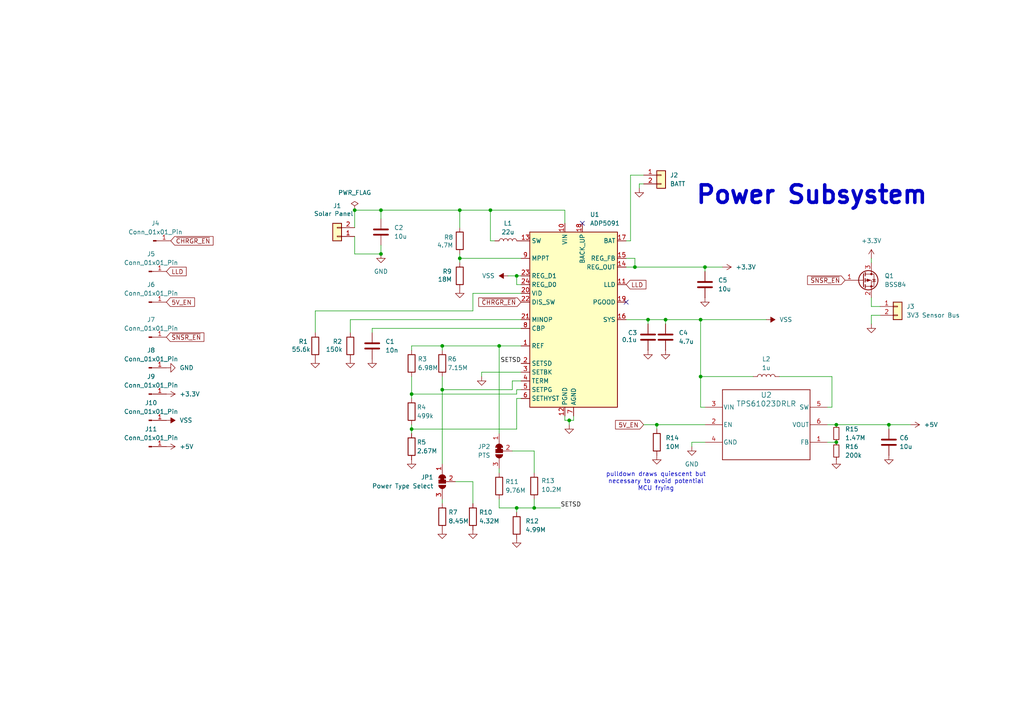
<source format=kicad_sch>
(kicad_sch (version 20231120) (generator "eeschema") (generator_version "8.0")
  (paper "A4")
  (lib_symbols
    (symbol "+3.3V_1" (power) (pin_names (offset 0))
      (property "Value" "+3.3V" (at 0 3.556 0))
      (symbol "+3.3V_1_0_1"
        (polyline (pts (xy -0.762 1.27) (xy 0 2.54)))
        (polyline (pts (xy 0 0) (xy 0 2.54)))
        (polyline (pts (xy 0 2.54) (xy 0.762 1.27)))
      )
      (symbol "+3.3V_1_1_1"
        (pin power_in line (at 0 0 90) (length 0) hide (name "+3.3V") (number "1"))
      )
    )
    (symbol "+3.3V_2" (power) (pin_names (offset 0))
      (property "Value" "+3.3V" (at 0 3.556 0))
      (symbol "+3.3V_2_0_1"
        (polyline (pts (xy -0.762 1.27) (xy 0 2.54)))
        (polyline (pts (xy 0 0) (xy 0 2.54)))
        (polyline (pts (xy 0 2.54) (xy 0.762 1.27)))
      )
      (symbol "+3.3V_2_1_1"
        (pin power_in line (at 0 0 90) (length 0) hide (name "+3.3V") (number "1"))
      )
    )
    (symbol "+5V_1" (power) (pin_names (offset 0))
      (property "Value" "+5V" (at 0 3.556 0))
      (symbol "+5V_1_0_1"
        (polyline (pts (xy -0.762 1.27) (xy 0 2.54)))
        (polyline (pts (xy 0 0) (xy 0 2.54)))
        (polyline (pts (xy 0 2.54) (xy 0.762 1.27)))
      )
      (symbol "+5V_1_1_1"
        (pin power_in line (at 0 0 90) (length 0) hide (name "+5V") (number "1"))
      )
    )
    (symbol "Battery_Management:ADP5091"
      (property "Reference" "U" (at -10.16 26.67 0))
      (property "Value" "ADP5091" (at 7.62 26.67 0))
      (symbol "ADP5091_0_1"
        (rectangle (start 12.7 25.4) (end -12.7 -25.4) (stroke (width 0.254)) (fill (type background)))
      )
      (symbol "ADP5091_1_1"
        (pin passive line (at -15.24 -7.62 0) (length 2.54) (name "REF") (number "1"))
        (pin power_in line (at -2.54 27.94 270) (length 2.54) (name "VIN") (number "10"))
        (pin output line (at 15.24 10.16 180) (length 2.54) (name "LLD") (number "11"))
        (pin power_in line (at -2.54 -27.94 90) (length 2.54) (name "PGND") (number "12"))
        (pin power_in line (at -15.24 22.86 0) (length 2.54) (name "SW") (number "13"))
        (pin power_out line (at 15.24 15.24 180) (length 2.54) (name "REG_OUT") (number "14"))
        (pin power_out line (at 15.24 17.78 180) (length 2.54) (name "REG_FB") (number "15"))
        (pin power_out line (at 15.24 0 180) (length 2.54) (name "SYS") (number "16"))
        (pin power_out line (at 15.24 22.86 180) (length 2.54) (name "BAT") (number "17"))
        (pin power_in line (at 2.54 27.94 270) (length 2.54) (name "BACK_UP") (number "18"))
        (pin output line (at 15.24 5.08 180) (length 2.54) (name "PGOOD") (number "19"))
        (pin passive line (at -15.24 -12.7 0) (length 2.54) (name "SETSD") (number "2"))
        (pin input line (at -15.24 7.62 0) (length 2.54) (name "VID") (number "20"))
        (pin passive line (at -15.24 0 0) (length 2.54) (name "MINOP") (number "21"))
        (pin input line (at -15.24 5.08 0) (length 2.54) (name "DIS_SW") (number "22"))
        (pin input line (at -15.24 12.7 0) (length 2.54) (name "REG_D1") (number "23"))
        (pin input line (at -15.24 10.16 0) (length 2.54) (name "REG_D0") (number "24"))
        (pin passive line (at 0 -27.94 90) (length 2.54) hide (name "AGND") (number "25"))
        (pin passive line (at -15.24 -15.24 0) (length 2.54) (name "SETBK") (number "3"))
        (pin passive line (at -15.24 -17.78 0) (length 2.54) (name "TERM") (number "4"))
        (pin passive line (at -15.24 -20.32 0) (length 2.54) (name "SETPG") (number "5"))
        (pin passive line (at -15.24 -22.86 0) (length 2.54) (name "SETHYST") (number "6"))
        (pin power_in line (at 0 -27.94 90) (length 2.54) (name "AGND") (number "7"))
        (pin passive line (at -15.24 -2.54 0) (length 2.54) (name "CBP") (number "8"))
        (pin input line (at -15.24 17.78 0) (length 2.54) (name "MPPT") (number "9"))
      )
    )
    (symbol "Connector:Conn_01x01_Pin" (pin_names (offset 1.016) hide)
      (property "Reference" "J" (at 0 2.54 0))
      (property "Value" "Conn_01x01_Pin" (at 0 -2.54 0))
      (symbol "Conn_01x01_Pin_1_1"
        (polyline (pts (xy 1.27 0) (xy 0.8636 0)) (stroke (width 0.1524)))
        (rectangle (start 0.8636 0.127) (end 0 -0.127) (stroke (width 0.1524)) (fill (type outline)))
        (pin passive line (at 5.08 0 180) (length 3.81) (name "Pin_1") (number "1"))
      )
    )
    (symbol "Connector_Generic:Conn_01x02" (pin_names (offset 1.016) hide)
      (property "Reference" "J" (at 0 2.54 0))
      (property "Value" "Conn_01x02" (at 0 -5.08 0))
      (symbol "Conn_01x02_1_1"
        (rectangle (start -1.27 -2.413) (end 0 -2.667) (stroke (width 0.1524)))
        (rectangle (start -1.27 0.127) (end 0 -0.127) (stroke (width 0.1524)))
        (rectangle (start -1.27 1.27) (end 1.27 -3.81) (stroke (width 0.254)) (fill (type background)))
        (pin passive line (at -5.08 0 0) (length 3.81) (name "Pin_1") (number "1"))
        (pin passive line (at -5.08 -2.54 0) (length 3.81) (name "Pin_2") (number "2"))
      )
    )
    (symbol "Device:C" (pin_numbers hide) (pin_names (offset 0.254))
      (property "Reference" "C" (at 0.635 2.54 0))
      (property "Value" "C" (at 0.635 -2.54 0))
      (symbol "C_0_1"
        (polyline (pts (xy -2.032 -0.762) (xy 2.032 -0.762)) (stroke (width 0.508)))
        (polyline (pts (xy -2.032 0.762) (xy 2.032 0.762)) (stroke (width 0.508)))
      )
      (symbol "C_1_1"
        (pin passive line (at 0 3.81 270) (length 2.794) (name "~") (number "1"))
        (pin passive line (at 0 -3.81 90) (length 2.794) (name "~") (number "2"))
      )
    )
    (symbol "Device:L" (pin_numbers hide) (pin_names (offset 1.016) hide)
      (property "Reference" "L" (at -1.27 0 90))
      (property "Value" "L" (at 1.905 0 90))
      (symbol "L_0_1"
        (arc (start 0 -2.54) (mid 0.6323 -1.905) (end 0 -1.27))
        (arc (start 0 -1.27) (mid 0.6323 -0.635) (end 0 0))
        (arc (start 0 0) (mid 0.6323 0.635) (end 0 1.27))
        (arc (start 0 1.27) (mid 0.6323 1.905) (end 0 2.54))
      )
      (symbol "L_1_1"
        (pin passive line (at 0 3.81 270) (length 1.27) (name "1") (number "1"))
        (pin passive line (at 0 -3.81 90) (length 1.27) (name "2") (number "2"))
      )
    )
    (symbol "Device:R" (pin_numbers hide) (pin_names (offset 0))
      (property "Reference" "R" (at 2.032 0 90))
      (property "Value" "R" (at 0 0 90))
      (symbol "R_0_1"
        (rectangle (start -1.016 -2.54) (end 1.016 2.54) (stroke (width 0.254)))
      )
      (symbol "R_1_1"
        (pin passive line (at 0 3.81 270) (length 1.27) (name "~") (number "1"))
        (pin passive line (at 0 -3.81 90) (length 1.27) (name "~") (number "2"))
      )
    )
    (symbol "Device:R_Small" (pin_numbers hide) (pin_names (offset 0.254) hide)
      (property "Reference" "R" (at 0.762 0.508 0))
      (property "Value" "R_Small" (at 0.762 -1.016 0))
      (symbol "R_Small_0_1"
        (rectangle (start -0.762 1.778) (end 0.762 -1.778) (stroke (width 0.2032)))
      )
      (symbol "R_Small_1_1"
        (pin passive line (at 0 2.54 270) (length 0.762) (name "~") (number "1"))
        (pin passive line (at 0 -2.54 90) (length 0.762) (name "~") (number "2"))
      )
    )
    (symbol "GND_1" (power) (pin_names (offset 0))
      (property "Value" "GND" (at 0 -3.81 0))
      (symbol "GND_1_0_1"
        (polyline (pts (xy 0 0) (xy 0 -1.27) (xy 1.27 -1.27) (xy 0 -2.54) (xy -1.27 -1.27) (xy 0 -1.27)))
      )
      (symbol "GND_1_1_1"
        (pin power_in line (at 0 0 270) (length 0) hide (name "GND") (number "1"))
      )
    )
    (symbol "Jumper:SolderJumper_3_Bridged12" (pin_names (offset 0) hide) (exclude_from_sim yes) (in_bom no)
      (property "Reference" "JP" (at -2.54 -2.54 0))
      (property "Value" "SolderJumper_3_Bridged12" (at 0 2.794 0))
      (symbol "SolderJumper_3_Bridged12_0_1"
        (rectangle (start -1.016 0.508) (end -0.508 -0.508) (fill (type outline)))
        (arc (start -1.016 1.016) (mid -2.0276 0) (end -1.016 -1.016))
        (arc (start -1.016 1.016) (mid -2.0276 0) (end -1.016 -1.016) (fill (type outline)))
        (rectangle (start -0.508 1.016) (end 0.508 -1.016) (fill (type outline)))
        (polyline (pts (xy -2.54 0) (xy -2.032 0)))
        (polyline (pts (xy -1.016 1.016) (xy -1.016 -1.016)))
        (polyline (pts (xy 0 -1.27) (xy 0 -1.016)))
        (polyline (pts (xy 1.016 1.016) (xy 1.016 -1.016)))
        (polyline (pts (xy 2.54 0) (xy 2.032 0)))
        (arc (start 1.016 -1.016) (mid 2.0276 0) (end 1.016 1.016))
        (arc (start 1.016 -1.016) (mid 2.0276 0) (end 1.016 1.016) (fill (type outline)))
      )
      (symbol "SolderJumper_3_Bridged12_1_1"
        (pin passive line (at -5.08 0 0) (length 2.54) (name "A") (number "1"))
        (pin passive line (at 0 -3.81 90) (length 2.54) (name "C") (number "2"))
        (pin passive line (at 5.08 0 180) (length 2.54) (name "B") (number "3"))
      )
    )
    (symbol "TPS61023:TPS61023DRLR" (pin_names (offset 0.254))
      (property "Reference" "U" (at 0 2.54 0))
      (property "Value" "TPS61023DRLR" (at 0 0 0))
      (symbol "TPS61023DRLR_0_1"
        (polyline (pts (xy -12.7 -10.16) (xy 12.7 -10.16)) (stroke (width 0.2032)))
        (polyline (pts (xy -12.7 10.16) (xy -12.7 -10.16)) (stroke (width 0.2032)))
        (polyline (pts (xy 12.7 -10.16) (xy 12.7 10.16)) (stroke (width 0.2032)))
        (polyline (pts (xy 12.7 10.16) (xy -12.7 10.16)) (stroke (width 0.2032)))
        (pin input line (at 17.78 -5.08 180) (length 5.08) (name "FB") (number "1"))
        (pin input line (at -17.78 0 0) (length 5.08) (name "EN") (number "2"))
        (pin power_in line (at -17.78 5.08 0) (length 5.08) (name "VIN") (number "3"))
        (pin power_in line (at -17.78 -5.08 0) (length 5.08) (name "GND") (number "4"))
        (pin power_in line (at 17.78 5.08 180) (length 5.08) (name "SW") (number "5"))
        (pin power_in line (at 17.78 0 180) (length 5.08) (name "VOUT") (number "6"))
      )
    )
    (symbol "Transistor_FET:BSS84" (pin_names hide)
      (property "Reference" "Q" (at 5.08 1.905 0))
      (property "Value" "BSS84" (at 5.08 0 0))
      (symbol "BSS84_0_1"
        (polyline (pts (xy 0.254 0) (xy -2.54 0)))
        (polyline (pts (xy 0.254 1.905) (xy 0.254 -1.905)) (stroke (width 0.254)))
        (polyline (pts (xy 0.762 -1.27) (xy 0.762 -2.286)) (stroke (width 0.254)))
        (polyline (pts (xy 0.762 0.508) (xy 0.762 -0.508)) (stroke (width 0.254)))
        (polyline (pts (xy 0.762 2.286) (xy 0.762 1.27)) (stroke (width 0.254)))
        (polyline (pts (xy 2.54 2.54) (xy 2.54 1.778)))
        (polyline (pts (xy 2.54 -2.54) (xy 2.54 0) (xy 0.762 0)))
        (polyline (pts (xy 0.762 1.778) (xy 3.302 1.778) (xy 3.302 -1.778) (xy 0.762 -1.778)))
        (polyline (pts (xy 2.286 0) (xy 1.27 0.381) (xy 1.27 -0.381) (xy 2.286 0)) (fill (type outline)))
        (polyline (pts (xy 2.794 -0.508) (xy 2.921 -0.381) (xy 3.683 -0.381) (xy 3.81 -0.254)))
        (polyline (pts (xy 3.302 -0.381) (xy 2.921 0.254) (xy 3.683 0.254) (xy 3.302 -0.381)))
        (circle (center 1.651 0) (radius 2.794) (stroke (width 0.254)))
        (circle (center 2.54 -1.778) (radius 0.254) (fill (type outline)))
        (circle (center 2.54 1.778) (radius 0.254) (fill (type outline)))
      )
      (symbol "BSS84_1_1"
        (pin input line (at -5.08 0 0) (length 2.54) (name "G") (number "1"))
        (pin passive line (at 2.54 -5.08 90) (length 2.54) (name "S") (number "2"))
        (pin passive line (at 2.54 5.08 270) (length 2.54) (name "D") (number "3"))
      )
    )
    (symbol "VSS_1" (power) (pin_names (offset 0))
      (property "Value" "VSS" (at 0 3.81 0))
      (symbol "VSS_1_0_1"
        (polyline (pts (xy 0 0) (xy 0 2.54)))
        (polyline (pts (xy 0.762 1.27) (xy -0.762 1.27) (xy 0 2.54) (xy 0.762 1.27)) (fill (type outline)))
      )
      (symbol "VSS_1_1_1"
        (pin power_in line (at 0 0 90) (length 0) hide (name "VSS") (number "1"))
      )
    )
    (symbol "power:+3.3V" (power) (pin_numbers hide) (pin_names (offset 0) hide)
      (property "Value" "+3.3V" (at 0 3.556 0))
      (symbol "+3.3V_0_1"
        (polyline (pts (xy -0.762 1.27) (xy 0 2.54)))
        (polyline (pts (xy 0 0) (xy 0 2.54)))
        (polyline (pts (xy 0 2.54) (xy 0.762 1.27)))
      )
      (symbol "+3.3V_1_1"
        (pin power_in line (at 0 0 90) (length 0) (name "~") (number "1"))
      )
    )
    (symbol "power:+5V" (power) (pin_numbers hide) (pin_names (offset 0) hide)
      (property "Value" "+5V" (at 0 3.556 0))
      (symbol "+5V_0_1"
        (polyline (pts (xy -0.762 1.27) (xy 0 2.54)))
        (polyline (pts (xy 0 0) (xy 0 2.54)))
        (polyline (pts (xy 0 2.54) (xy 0.762 1.27)))
      )
      (symbol "+5V_1_1"
        (pin power_in line (at 0 0 90) (length 0) (name "~") (number "1"))
      )
    )
    (symbol "power:GND" (power) (pin_numbers hide) (pin_names (offset 0) hide)
      (property "Value" "GND" (at 0 -3.81 0))
      (symbol "GND_0_1"
        (polyline (pts (xy 0 0) (xy 0 -1.27) (xy 1.27 -1.27) (xy 0 -2.54) (xy -1.27 -1.27) (xy 0 -1.27)))
      )
      (symbol "GND_1_1"
        (pin power_in line (at 0 0 270) (length 0) (name "~") (number "1"))
      )
    )
    (symbol "power:PWR_FLAG" (power) (pin_numbers hide) (pin_names (offset 0) hide)
      (property "Value" "PWR_FLAG" (at 0 3.81 0))
      (symbol "PWR_FLAG_0_0"
        (pin power_out line (at 0 0 90) (length 0) (name "pwr") (number "1"))
      )
      (symbol "PWR_FLAG_0_1"
        (polyline (pts (xy 0 0) (xy 0 1.27) (xy -1.016 1.905) (xy 0 2.54) (xy 1.016 1.905) (xy 0 1.27)))
      )
    )
    (symbol "power:VSS" (power) (pin_numbers hide) (pin_names (offset 0) hide)
      (property "Value" "VSS" (at 0 3.556 0))
      (symbol "VSS_0_1"
        (polyline (pts (xy 0 0) (xy 0 2.54)))
        (polyline (pts (xy 0.762 1.27) (xy -0.762 1.27) (xy 0 2.54) (xy 0.762 1.27)) (fill (type outline)))
      )
      (symbol "VSS_1_1"
        (pin power_in line (at 0 0 90) (length 0) (name "~") (number "1"))
      )
    )
  )
  (junction (at 128.27 100.33))
  (junction (at 133.35 74.93))
  (junction (at 165.1 121.92))
  (junction (at 193.04 92.71))
  (junction (at 119.38 124.46))
  (junction (at 110.49 73.66))
  (junction (at 154.94 147.32))
  (junction (at 110.49 60.96))
  (junction (at 119.38 114.3))
  (junction (at 257.81 123.19))
  (junction (at 187.96 92.71))
  (junction (at 149.86 80.01))
  (junction (at 133.35 60.96))
  (junction (at 203.2 109.22))
  (junction (at 184.15 77.47))
  (junction (at 149.86 147.32))
  (junction (at 203.2 92.71))
  (junction (at 142.24 60.96))
  (junction (at 190.5 123.19))
  (junction (at 242.57 123.19))
  (junction (at 102.87 60.96))
  (junction (at 128.27 113.03))
  (junction (at 242.57 128.27))
  (junction (at 144.78 100.33))
  (junction (at 204.47 77.47))
  (no_connect (at 181.61 87.63))
  (no_connect (at 168.91 64.77))
  (wire (pts (xy 119.38 109.22) (xy 119.38 114.3)))
  (wire (pts (xy 102.87 60.96) (xy 110.49 60.96)))
  (wire (pts (xy 257.81 123.19) (xy 264.16 123.19)))
  (wire (pts (xy 186.69 123.19) (xy 190.5 123.19)))
  (wire (pts (xy 142.24 60.96) (xy 163.83 60.96)))
  (wire (pts (xy 133.35 74.93) (xy 151.13 74.93)))
  (wire (pts (xy 132.08 139.7) (xy 137.16 139.7)))
  (wire (pts (xy 110.49 60.96) (xy 133.35 60.96)))
  (wire (pts (xy 137.16 139.7) (xy 137.16 146.05)))
  (wire (pts (xy 139.7 109.22) (xy 139.7 107.95)))
  (wire (pts (xy 184.15 77.47) (xy 204.47 77.47)))
  (wire (pts (xy 149.86 82.55) (xy 149.86 80.01)))
  (wire (pts (xy 128.27 100.33) (xy 119.38 100.33)))
  (wire (pts (xy 128.27 100.33) (xy 128.27 101.6)))
  (wire (pts (xy 193.04 93.98) (xy 193.04 92.71)))
  (wire (pts (xy 186.69 53.34) (xy 185.42 53.34)))
  (wire (pts (xy 242.57 123.19) (xy 257.81 123.19)))
  (wire (pts (xy 147.32 80.01) (xy 149.86 80.01)))
  (wire (pts (xy 193.04 92.71) (xy 203.2 92.71)))
  (wire (pts (xy 240.03 128.27) (xy 242.57 128.27)))
  (wire (pts (xy 102.87 73.66) (xy 110.49 73.66)))
  (wire (pts (xy 148.59 113.03) (xy 128.27 113.03)))
  (wire (pts (xy 257.81 123.19) (xy 257.81 124.46)))
  (wire (pts (xy 185.42 53.34) (xy 185.42 54.61)))
  (wire (pts (xy 151.13 110.49) (xy 148.59 110.49)))
  (wire (pts (xy 139.7 107.95) (xy 151.13 107.95)))
  (wire (pts (xy 128.27 144.78) (xy 128.27 146.05)))
  (wire (pts (xy 203.2 109.22) (xy 203.2 118.11)))
  (wire (pts (xy 148.59 130.81) (xy 154.94 130.81)))
  (wire (pts (xy 119.38 124.46) (xy 149.86 124.46)))
  (wire (pts (xy 165.1 121.92) (xy 165.1 123.19)))
  (wire (pts (xy 119.38 124.46) (xy 119.38 123.19)))
  (wire (pts (xy 154.94 147.32) (xy 154.94 144.78)))
  (wire (pts (xy 149.86 124.46) (xy 149.86 115.57)))
  (wire (pts (xy 119.38 100.33) (xy 119.38 101.6)))
  (wire (pts (xy 133.35 60.96) (xy 133.35 66.04)))
  (wire (pts (xy 182.88 50.8) (xy 182.88 69.85)))
  (wire (pts (xy 144.78 147.32) (xy 149.86 147.32)))
  (wire (pts (xy 107.95 95.25) (xy 151.13 95.25)))
  (wire (pts (xy 101.6 96.52) (xy 101.6 92.71)))
  (wire (pts (xy 149.86 80.01) (xy 151.13 80.01)))
  (wire (pts (xy 203.2 92.71) (xy 203.2 109.22)))
  (wire (pts (xy 252.73 88.9) (xy 255.27 88.9)))
  (wire (pts (xy 163.83 120.65) (xy 163.83 121.92)))
  (wire (pts (xy 151.13 113.03) (xy 149.86 113.03)))
  (wire (pts (xy 218.44 109.22) (xy 203.2 109.22)))
  (wire (pts (xy 252.73 74.93) (xy 252.73 76.2)))
  (wire (pts (xy 203.2 92.71) (xy 222.25 92.71)))
  (wire (pts (xy 240.03 123.19) (xy 242.57 123.19)))
  (wire (pts (xy 204.47 77.47) (xy 209.55 77.47)))
  (wire (pts (xy 204.47 128.27) (xy 200.66 128.27)))
  (wire (pts (xy 163.83 121.92) (xy 165.1 121.92)))
  (wire (pts (xy 149.86 115.57) (xy 151.13 115.57)))
  (wire (pts (xy 184.15 74.93) (xy 184.15 77.47)))
  (wire (pts (xy 226.06 109.22) (xy 241.3 109.22)))
  (wire (pts (xy 102.87 66.04) (xy 102.87 60.96)))
  (wire (pts (xy 204.47 77.47) (xy 204.47 78.74)))
  (wire (pts (xy 133.35 74.93) (xy 133.35 76.2)))
  (wire (pts (xy 144.78 100.33) (xy 144.78 125.73)))
  (wire (pts (xy 91.44 90.17) (xy 91.44 96.52)))
  (wire (pts (xy 149.86 147.32) (xy 149.86 148.59)))
  (wire (pts (xy 107.95 95.25) (xy 107.95 96.52)))
  (wire (pts (xy 101.6 92.71) (xy 151.13 92.71)))
  (wire (pts (xy 187.96 92.71) (xy 193.04 92.71)))
  (wire (pts (xy 181.61 74.93) (xy 184.15 74.93)))
  (wire (pts (xy 190.5 123.19) (xy 204.47 123.19)))
  (wire (pts (xy 154.94 130.81) (xy 154.94 137.16)))
  (wire (pts (xy 143.51 69.85) (xy 142.24 69.85)))
  (wire (pts (xy 151.13 82.55) (xy 149.86 82.55)))
  (wire (pts (xy 241.3 118.11) (xy 240.03 118.11)))
  (wire (pts (xy 128.27 100.33) (xy 144.78 100.33)))
  (wire (pts (xy 200.66 128.27) (xy 200.66 129.54)))
  (wire (pts (xy 149.86 114.3) (xy 119.38 114.3)))
  (wire (pts (xy 182.88 50.8) (xy 186.69 50.8)))
  (wire (pts (xy 165.1 121.92) (xy 166.37 121.92)))
  (wire (pts (xy 91.44 90.17) (xy 137.16 90.17)))
  (wire (pts (xy 119.38 114.3) (xy 119.38 115.57)))
  (wire (pts (xy 144.78 100.33) (xy 151.13 100.33)))
  (wire (pts (xy 133.35 60.96) (xy 142.24 60.96)))
  (wire (pts (xy 163.83 64.77) (xy 163.83 60.96)))
  (wire (pts (xy 110.49 71.12) (xy 110.49 73.66)))
  (wire (pts (xy 154.94 147.32) (xy 162.56 147.32)))
  (wire (pts (xy 190.5 123.19) (xy 190.5 124.46)))
  (wire (pts (xy 151.13 85.09) (xy 137.16 85.09)))
  (wire (pts (xy 255.27 91.44) (xy 252.73 91.44)))
  (wire (pts (xy 241.3 109.22) (xy 241.3 118.11)))
  (wire (pts (xy 252.73 86.36) (xy 252.73 88.9)))
  (wire (pts (xy 119.38 124.46) (xy 119.38 125.73)))
  (wire (pts (xy 142.24 69.85) (xy 142.24 60.96)))
  (wire (pts (xy 149.86 147.32) (xy 154.94 147.32)))
  (wire (pts (xy 203.2 118.11) (xy 204.47 118.11)))
  (wire (pts (xy 128.27 109.22) (xy 128.27 113.03)))
  (wire (pts (xy 110.49 60.96) (xy 110.49 63.5)))
  (wire (pts (xy 181.61 92.71) (xy 187.96 92.71)))
  (wire (pts (xy 149.86 113.03) (xy 149.86 114.3)))
  (wire (pts (xy 133.35 74.93) (xy 133.35 73.66)))
  (wire (pts (xy 182.88 69.85) (xy 181.61 69.85)))
  (wire (pts (xy 137.16 85.09) (xy 137.16 90.17)))
  (wire (pts (xy 102.87 68.58) (xy 102.87 73.66)))
  (wire (pts (xy 187.96 92.71) (xy 187.96 93.98)))
  (wire (pts (xy 128.27 113.03) (xy 128.27 134.62)))
  (wire (pts (xy 148.59 110.49) (xy 148.59 113.03)))
  (wire (pts (xy 144.78 147.32) (xy 144.78 144.78)))
  (wire (pts (xy 252.73 91.44) (xy 252.73 93.98)))
  (wire (pts (xy 181.61 77.47) (xy 184.15 77.47)))
  (wire (pts (xy 166.37 120.65) (xy 166.37 121.92)))
  (wire (pts (xy 144.78 135.89) (xy 144.78 137.16)))
  (text "pulldown draws quiescent but\nnecessary to avoid potential\nMCU frying\n" (at 190.246 139.7 0) (effects (font (size 1.27 1.27))))
  (text "Power Subsystem\n" (at 235.458 56.642 0) (effects (font (size 5.08 5.08) (bold yes))))
  (label "SETSD" (at 162.56 147.32 0))
  (label "SETSD" (at 151.13 105.41 180))
  (global_label "~{SNSR_EN}" (shape input) (at 245.11 81.28 180) (property "Intersheetrefs" "${INTERSHEET_REFS}" (effects (hide yes))))
  (global_label "~{CHRGR_EN}" (shape input) (at 151.13 87.63 180) (property "Intersheetrefs" "${INTERSHEET_REFS}" (effects (hide yes))))
  (global_label "5V_EN" (shape input) (at 186.69 123.19 180) (property "Intersheetrefs" "${INTERSHEET_REFS}" (effects (hide yes))))
  (global_label "5V_EN" (shape input) (at 48.26 87.63 0) (property "Intersheetrefs" "${INTERSHEET_REFS}" (effects (hide yes))))
  (global_label "LLD" (shape input) (at 181.61 82.55 0) (property "Intersheetrefs" "${INTERSHEET_REFS}" (effects (hide yes))))
  (global_label "LLD" (shape input) (at 48.26 78.74 0) (property "Intersheetrefs" "${INTERSHEET_REFS}" (effects (hide yes))))
  (global_label "~{CHRGR_EN}" (shape input) (at 49.53 69.85 0) (property "Intersheetrefs" "${INTERSHEET_REFS}" (effects (hide yes))))
  (global_label "~{SNSR_EN}" (shape input) (at 48.26 97.79 0) (property "Intersheetrefs" "${INTERSHEET_REFS}" (effects (hide yes))))
  (symbol (lib_id "power:GND") (at 190.5 132.08 0) (unit 1)
    (property "Reference" "#PWR015" (effects (hide yes)))
    (property "Value" "GND" (effects (hide yes)))
    (property "Description" "Power symbol creates a global label with name \"GND\" , ground" (effects (hide yes)))
  )
  (symbol (lib_id "power:GND") (at 185.42 54.61 0) (unit 1)
    (property "Reference" "#PWR013" (effects (hide yes)))
    (property "Value" "GND" (effects (hide yes)))
    (property "Description" "Power symbol creates a global label with name \"GND\" , ground" (effects (hide yes)))
  )
  (symbol (lib_id "power:GND") (at 193.04 101.6 0) (unit 1)
    (property "Reference" "#PWR016" (effects (hide yes)))
    (property "Value" "GND" (effects (hide yes)))
    (property "Description" "Power symbol creates a global label with name \"GND\" , ground" (effects (hide yes)))
  )
  (symbol (lib_id "Device:C") (at 187.96 97.79 0) (unit 1)
    (property "Reference" "C3" (at 182.118 96.52 0) (effects (justify left)))
    (property "Value" "0.1u" (at 180.34 98.552 0) (effects (justify left)))
    (property "Footprint" "Capacitor_SMD:C_0603_1608Metric" (effects (hide yes)))
    (property "Description" "Unpolarized capacitor" (effects (hide yes)))
  )
  (symbol (lib_id "Device:R") (at 101.6 100.33 180) (unit 1)
    (property "Reference" "R2" (at 96.52 99.06 0) (effects (justify right)))
    (property "Value" "150k" (at 94.488 101.346 0) (effects (justify right)))
    (property "Footprint" "Resistor_SMD:R_0603_1608Metric" (effects (hide yes)))
    (property "Description" "Resistor" (effects (hide yes)))
  )
  (symbol (lib_id "Device:R") (at 144.78 140.97 0) (unit 1)
    (property "Reference" "R11" (at 146.558 139.7 0) (effects (justify left)))
    (property "Value" "9.76M" (at 146.558 142.24 0) (effects (justify left)))
    (property "Footprint" "Resistor_SMD:R_0603_1608Metric" (effects (hide yes)))
    (property "Description" "Resistor" (effects (hide yes)))
  )
  (symbol (lib_id "Connector:Conn_01x01_Pin") (at 43.18 97.79 0) (unit 1)
    (property "Reference" "J7" (at 43.815 92.71 0))
    (property "Value" "Conn_01x01_Pin" (at 43.815 95.25 0))
    (property "Footprint" "Connector_PinHeader_2.54mm:PinHeader_1x01_P2.54mm_Vertical" (effects (hide yes)))
    (property "Description" "Generic connector, single row, 01x01, script generated" (effects (hide yes)))
  )
  (symbol (lib_id "Device:R_Small") (at 242.57 125.73 0) (unit 1)
    (property "Reference" "R15" (at 245.11 124.4599 0) (effects (justify left)))
    (property "Value" "1.47M" (at 245.11 126.9999 0) (effects (justify left)))
    (property "Footprint" "Resistor_SMD:R_0603_1608Metric" (effects (hide yes)))
    (property "Description" "Resistor, small symbol" (effects (hide yes)))
  )
  (symbol (lib_id "Connector:Conn_01x01_Pin") (at 43.18 87.63 0) (unit 1)
    (property "Reference" "J6" (at 43.815 82.55 0))
    (property "Value" "Conn_01x01_Pin" (at 43.815 85.09 0))
    (property "Footprint" "Connector_PinHeader_2.54mm:PinHeader_1x01_P2.54mm_Vertical" (effects (hide yes)))
    (property "Description" "Generic connector, single row, 01x01, script generated" (effects (hide yes)))
  )
  (symbol (lib_id "Device:C") (at 107.95 100.33 0) (unit 1)
    (property "Reference" "C1" (at 111.76 99.0599 0) (effects (justify left)))
    (property "Value" "10n" (at 111.76 101.5999 0) (effects (justify left)))
    (property "Footprint" "Capacitor_SMD:C_0603_1608Metric" (effects (hide yes)))
    (property "Description" "Unpolarized capacitor" (effects (hide yes)))
  )
  (symbol (lib_id "Device:R") (at 149.86 152.4 0) (unit 1)
    (property "Reference" "R12" (at 152.4 151.1299 0) (effects (justify left)))
    (property "Value" "4.99M" (at 152.4 153.6699 0) (effects (justify left)))
    (property "Footprint" "Resistor_SMD:R_0603_1608Metric" (effects (hide yes)))
    (property "Description" "Resistor" (effects (hide yes)))
  )
  (symbol (lib_id "Device:R") (at 190.5 128.27 0) (unit 1)
    (property "Reference" "R14" (at 193.04 126.9999 0) (effects (justify left)))
    (property "Value" "10M" (at 193.04 129.5399 0) (effects (justify left)))
    (property "Footprint" "Resistor_SMD:R_0603_1608Metric" (effects (hide yes)))
    (property "Description" "Resistor" (effects (hide yes)))
  )
  (symbol (lib_id "Device:R") (at 137.16 149.86 0) (unit 1)
    (property "Reference" "R10" (at 138.938 148.59 0) (effects (justify left)))
    (property "Value" "4.32M" (at 138.938 151.13 0) (effects (justify left)))
    (property "Footprint" "Resistor_SMD:R_0603_1608Metric" (effects (hide yes)))
    (property "Description" "Resistor" (effects (hide yes)))
  )
  (symbol (lib_id "Device:C") (at 204.47 82.55 0) (unit 1)
    (property "Reference" "C5" (at 208.28 81.2799 0) (effects (justify left)))
    (property "Value" "10u" (at 208.28 83.8199 0) (effects (justify left)))
    (property "Footprint" "Capacitor_SMD:C_0603_1608Metric" (effects (hide yes)))
    (property "Description" "Unpolarized capacitor" (effects (hide yes)))
  )
  (symbol (lib_id "Connector:Conn_01x01_Pin") (at 43.18 114.3 0) (unit 1)
    (property "Reference" "J9" (at 43.815 109.22 0))
    (property "Value" "Conn_01x01_Pin" (at 43.815 111.76 0))
    (property "Footprint" "Connector_PinHeader_2.54mm:PinHeader_1x01_P2.54mm_Vertical" (effects (hide yes)))
    (property "Description" "Generic connector, single row, 01x01, script generated" (effects (hide yes)))
  )
  (symbol (lib_id "Connector:Conn_01x01_Pin") (at 43.18 106.68 0) (unit 1)
    (property "Reference" "J8" (at 43.815 101.6 0))
    (property "Value" "Conn_01x01_Pin" (at 43.815 104.14 0))
    (property "Footprint" "Connector_PinHeader_2.54mm:PinHeader_1x01_P2.54mm_Vertical" (effects (hide yes)))
    (property "Description" "Generic connector, single row, 01x01, script generated" (effects (hide yes)))
  )
  (symbol (lib_id "Device:C") (at 110.49 67.31 0) (unit 1)
    (property "Reference" "C2" (at 114.3 66.0399 0) (effects (justify left)))
    (property "Value" "10u" (at 114.3 68.5799 0) (effects (justify left)))
    (property "Footprint" "Capacitor_SMD:C_0603_1608Metric" (effects (hide yes)))
    (property "Description" "Unpolarized capacitor" (effects (hide yes)))
  )
  (symbol (lib_id "Connector_Generic:Conn_01x02") (at 191.77 50.8 0) (unit 1)
    (property "Reference" "J2" (at 194.31 50.7999 0) (effects (justify left)))
    (property "Value" "BATT" (at 194.31 53.3399 0) (effects (justify left)))
    (property "Footprint" "Connector_PinSocket_2.54mm:PinSocket_1x02_P2.54mm_Vertical" (effects (hide yes)))
    (property "Description" "Generic connector, single row, 01x02, script generated (kicad-library-utils/schlib/autogen/connector/)" (effects (hide yes)))
  )
  (symbol (lib_id "power:GND") (at 200.66 129.54 0) (unit 1)
    (property "Reference" "#PWR017" (effects (hide yes)))
    (property "Value" "GND" (at 200.66 134.62 0))
    (property "Description" "Power symbol creates a global label with name \"GND\" , ground" (effects (hide yes)))
  )
  (symbol (lib_id "Device:R_Small") (at 242.57 130.81 0) (unit 1)
    (property "Reference" "R16" (at 245.11 129.5399 0) (effects (justify left)))
    (property "Value" "200k" (at 245.11 132.0799 0) (effects (justify left)))
    (property "Footprint" "Resistor_SMD:R_0603_1608Metric" (effects (hide yes)))
    (property "Description" "Resistor, small symbol" (effects (hide yes)))
  )
  (symbol (lib_id "power:GND") (at 128.27 153.67 0) (unit 1)
    (property "Reference" "#PWR06" (effects (hide yes)))
    (property "Value" "GND" (effects (hide yes)))
    (property "Description" "Power symbol creates a global label with name \"GND\" , ground" (effects (hide yes)))
  )
  (symbol (lib_id "Device:C") (at 193.04 97.79 0) (unit 1)
    (property "Reference" "C4" (at 196.85 96.5199 0) (effects (justify left)))
    (property "Value" "4.7u" (at 196.85 99.0599 0) (effects (justify left)))
    (property "Footprint" "Capacitor_SMD:C_0603_1608Metric" (effects (hide yes)))
    (property "Description" "Unpolarized capacitor" (effects (hide yes)))
  )
  (symbol (lib_id "Device:R") (at 128.27 105.41 0) (unit 1)
    (property "Reference" "R6" (at 129.794 104.14 0) (effects (justify left)))
    (property "Value" "7.15M" (at 129.794 106.68 0) (effects (justify left)))
    (property "Footprint" "Resistor_SMD:R_0603_1608Metric" (effects (hide yes)))
    (property "Description" "Resistor" (effects (hide yes)))
  )
  (symbol (lib_id "TPS61023:TPS61023DRLR") (at 222.25 123.19 0) (unit 1)
    (property "Reference" "U2" (at 222.25 114.554 0) (effects (font (size 1.524 1.524))))
    (property "Value" "TPS61023DRLR" (at 222.25 117.094 0) (effects (font (size 1.524 1.524))))
    (property "Footprint" "DRL0006A" (effects (hide yes)))
    (property "Datasheet" "TPS61023DRLR" (effects (hide yes)))
  )
  (symbol (lib_id "power:GND") (at 187.96 101.6 0) (unit 1)
    (property "Reference" "#PWR014" (effects (hide yes)))
    (property "Value" "GND" (effects (hide yes)))
    (property "Description" "Power symbol creates a global label with name \"GND\" , ground" (effects (hide yes)))
  )
  (symbol (lib_id "Transistor_FET:BSS84") (at 250.19 81.28 0) (unit 1)
    (property "Reference" "Q1" (at 256.54 80.0099 0) (effects (justify left)))
    (property "Value" "BSS84" (at 256.54 82.5499 0) (effects (justify left)))
    (property "Footprint" "Package_TO_SOT_SMD:SOT-23" (effects (hide yes)))
    (property "Datasheet" "http://assets.nexperia.com/documents/data-sheet/BSS84.pdf" (effects (hide yes)))
    (property "Description" "-0.13A Id, -50V Vds, P-Channel MOSFET, SOT-23" (effects (hide yes)))
  )
  (symbol (lib_id "Connector:Conn_01x01_Pin") (at 44.45 69.85 0) (unit 1)
    (property "Reference" "J4" (at 45.085 64.77 0))
    (property "Value" "Conn_01x01_Pin" (at 45.085 67.31 0))
    (property "Footprint" "Connector_PinHeader_2.54mm:PinHeader_1x01_P2.54mm_Vertical" (effects (hide yes)))
    (property "Description" "Generic connector, single row, 01x01, script generated" (effects (hide yes)))
  )
  (symbol (lib_id "Connector_Generic:Conn_01x02") (at 97.79 68.58 180) (unit 1)
    (property "Reference" "J1" (at 97.79 59.69 0))
    (property "Value" "Solar Panel" (at 96.774 61.976 0))
    (property "Footprint" "Connector_PinSocket_2.54mm:PinSocket_1x02_P2.54mm_Vertical" (effects (hide yes)))
    (property "Description" "Generic connector, single row, 01x02, script generated (kicad-library-utils/schlib/autogen/connector/)" (effects (hide yes)))
  )
  (symbol (lib_id "Device:C") (at 257.81 128.27 0) (unit 1)
    (property "Reference" "C6" (at 260.858 127 0) (effects (justify left)))
    (property "Value" "10u" (at 260.858 129.54 0) (effects (justify left)))
    (property "Footprint" "Capacitor_SMD:C_0603_1608Metric" (effects (hide yes)))
    (property "Description" "Unpolarized capacitor" (effects (hide yes)))
  )
  (symbol (lib_id "Connector_Generic:Conn_01x02") (at 260.35 88.9 0) (unit 1)
    (property "Reference" "J3" (at 262.89 88.8999 0) (effects (justify left)))
    (property "Value" "3V3 Sensor Bus" (at 262.89 91.4399 0) (effects (justify left)))
    (property "Footprint" "Connector_PinSocket_2.54mm:PinSocket_1x02_P2.54mm_Vertical" (effects (hide yes)))
    (property "Description" "Generic connector, single row, 01x02, script generated (kicad-library-utils/schlib/autogen/connector/)" (effects (hide yes)))
  )
  (symbol (lib_id "power:GND") (at 101.6 104.14 0) (unit 1)
    (property "Reference" "#PWR02" (effects (hide yes)))
    (property "Value" "GND" (effects (hide yes)))
    (property "Description" "Power symbol creates a global label with name \"GND\" , ground" (effects (hide yes)))
  )
  (symbol (lib_id "Device:R") (at 133.35 80.01 180) (unit 1)
    (property "Reference" "R9" (at 131.064 78.74 0) (effects (justify left)))
    (property "Value" "18M" (at 131.064 81.026 0) (effects (justify left)))
    (property "Footprint" "Resistor_SMD:R_0603_1608Metric" (effects (hide yes)))
    (property "Description" "Resistor" (effects (hide yes)))
  )
  (symbol (lib_id "power:GND") (at 204.47 86.36 0) (unit 1)
    (property "Reference" "#PWR018" (effects (hide yes)))
    (property "Value" "GND" (effects (hide yes)))
    (property "Description" "Power symbol creates a global label with name \"GND\" , ground" (effects (hide yes)))
  )
  (symbol (lib_id "power:+3.3V") (at 252.73 74.93 0) (unit 1)
    (property "Reference" "#PWR022" (effects (hide yes)))
    (property "Value" "+3.3V" (at 252.73 69.85 0))
    (property "Description" "Power symbol creates a global label with name \"+3.3V\"" (effects (hide yes)))
  )
  (symbol (lib_id "Battery_Management:ADP5091") (at 166.37 92.71 0) (unit 1)
    (property "Reference" "U1" (at 171.1041 62.23 0) (effects (justify left)))
    (property "Value" "ADP5091" (at 171.1041 64.77 0) (effects (justify left)))
    (property "Footprint" "Package_CSP:LFCSP-24-1EP_4x4mm_P0.5mm_EP2.3x2.3mm" (effects (hide yes)))
    (property "Datasheet" "https://www.analog.com/media/en/technical-documentation/data-sheets/ADP5091-5092.pdf" (effects (hide yes)))
    (property "Description" "Ultralow Power Energy Harvester PMUs with MPPT and Charge Management, LFCSP-24" (effects (hide yes)))
  )
  (symbol (lib_id "Jumper:SolderJumper_3_Bridged12") (at 144.78 130.81 90) (mirror x) (unit 1) (exclude_from_sim yes) (in_bom no)
    (property "Reference" "JP2" (at 142.24 129.5399 90) (effects (justify left)))
    (property "Value" "PTS" (at 142.24 132.0799 90) (effects (justify left)))
    (property "Footprint" "Jumper:SolderJumper-3_P1.3mm_Bridged12_Pad1.0x1.5mm" (effects (hide yes)))
    (property "Description" "3-pole Solder Jumper, pins 1+2 closed/bridged" (effects (hide yes)))
  )
  (symbol (lib_id "power:GND") (at 110.49 73.66 0) (unit 1)
    (property "Reference" "#PWR04" (effects (hide yes)))
    (property "Value" "GND" (at 110.49 78.74 0))
    (property "Description" "Power symbol creates a global label with name \"GND\" , ground" (effects (hide yes)))
  )
  (symbol (lib_id "Device:L") (at 147.32 69.85 90) (unit 1)
    (property "Reference" "L1" (at 147.32 64.77 90))
    (property "Value" "22u" (at 147.32 67.31 90))
    (property "Footprint" "Inductor_SMD:L_0603_1608Metric" (effects (hide yes)))
    (property "Description" "Inductor" (effects (hide yes)))
  )
  (symbol (lib_id "power:GND") (at 149.86 156.21 0) (unit 1)
    (property "Reference" "#PWR011" (effects (hide yes)))
    (property "Value" "GND" (effects (hide yes)))
    (property "Description" "Power symbol creates a global label with name \"GND\" , ground" (effects (hide yes)))
  )
  (symbol (lib_id "power:GND") (at 107.95 104.14 0) (unit 1)
    (property "Reference" "#PWR03" (effects (hide yes)))
    (property "Value" "GND" (effects (hide yes)))
    (property "Description" "Power symbol creates a global label with name \"GND\" , ground" (effects (hide yes)))
  )
  (symbol (lib_id "Connector:Conn_01x01_Pin") (at 43.18 129.54 0) (unit 1)
    (property "Reference" "J11" (at 43.815 124.46 0))
    (property "Value" "Conn_01x01_Pin" (at 43.815 127 0))
    (property "Footprint" "Connector_PinHeader_2.54mm:PinHeader_1x01_P2.54mm_Vertical" (effects (hide yes)))
    (property "Description" "Generic connector, single row, 01x01, script generated" (effects (hide yes)))
  )
  (symbol (lib_id "Device:R") (at 119.38 119.38 0) (unit 1)
    (property "Reference" "R4" (at 120.904 118.11 0) (effects (justify left)))
    (property "Value" "499k" (at 120.904 120.65 0) (effects (justify left)))
    (property "Footprint" "Resistor_SMD:R_0603_1608Metric" (effects (hide yes)))
    (property "Description" "Resistor" (effects (hide yes)))
  )
  (symbol (lib_id "power:VSS") (at 147.32 80.01 90) (mirror x) (unit 1)
    (property "Reference" "#PWR010" (effects (hide yes)))
    (property "Value" "VSS" (at 143.51 80.0099 90) (effects (justify left)))
    (property "Description" "Power symbol creates a global label with name \"VSS\"" (effects (hide yes)))
  )
  (symbol (lib_id "power:GND") (at 257.81 132.08 0) (unit 1)
    (property "Reference" "#PWR024" (effects (hide yes)))
    (property "Value" "GND" (effects (hide yes)))
    (property "Description" "Power symbol creates a global label with name \"GND\" , ground" (effects (hide yes)))
  )
  (symbol (lib_name "+5V_1") (lib_id "power:+5V") (at 48.26 129.54 270) (unit 1)
    (property "Reference" "#PWR029" (effects (hide yes)))
    (property "Value" "+5V" (at 52.07 129.5399 90) (effects (justify left)))
    (property "Description" "Power symbol creates a global label with name \"+5V\"" (effects (hide yes)))
  )
  (symbol (lib_id "Connector:Conn_01x01_Pin") (at 43.18 78.74 0) (unit 1)
    (property "Reference" "J5" (at 43.815 73.66 0))
    (property "Value" "Conn_01x01_Pin" (at 43.815 76.2 0))
    (property "Footprint" "Connector_PinHeader_2.54mm:PinHeader_1x01_P2.54mm_Vertical" (effects (hide yes)))
    (property "Description" "Generic connector, single row, 01x01, script generated" (effects (hide yes)))
  )
  (symbol (lib_id "power:VSS") (at 222.25 92.71 270) (unit 1)
    (property "Reference" "#PWR020" (effects (hide yes)))
    (property "Value" "VSS" (at 226.06 92.7099 90) (effects (justify left)))
    (property "Description" "Power symbol creates a global label with name \"VSS\"" (effects (hide yes)))
  )
  (symbol (lib_id "Device:R") (at 119.38 105.41 0) (unit 1)
    (property "Reference" "R3" (at 121.158 104.14 0) (effects (justify left)))
    (property "Value" "6.98M" (at 121.158 106.68 0) (effects (justify left)))
    (property "Footprint" "Resistor_SMD:R_0603_1608Metric" (effects (hide yes)))
    (property "Description" "Resistor" (effects (hide yes)))
  )
  (symbol (lib_id "power:GND") (at 165.1 123.19 0) (unit 1)
    (property "Reference" "#PWR012" (effects (hide yes)))
    (property "Value" "GND" (effects (hide yes)))
    (property "Description" "Power symbol creates a global label with name \"GND\" , ground" (effects (hide yes)))
  )
  (symbol (lib_id "power:GND") (at 133.35 83.82 0) (unit 1)
    (property "Reference" "#PWR07" (effects (hide yes)))
    (property "Value" "GND" (effects (hide yes)))
    (property "Description" "Power symbol creates a global label with name \"GND\" , ground" (effects (hide yes)))
  )
  (symbol (lib_id "Device:L") (at 222.25 109.22 90) (unit 1)
    (property "Reference" "L2" (at 222.25 104.14 90))
    (property "Value" "1u" (at 222.25 106.68 90))
    (property "Footprint" "Inductor_SMD:L_0603_1608Metric" (effects (hide yes)))
    (property "Description" "Inductor" (effects (hide yes)))
  )
  (symbol (lib_id "Jumper:SolderJumper_3_Bridged12") (at 128.27 139.7 90) (mirror x) (unit 1) (exclude_from_sim yes) (in_bom no)
    (property "Reference" "JP1" (at 125.73 138.4299 90) (effects (justify left)))
    (property "Value" "Power Type Select" (at 125.73 140.9699 90) (effects (justify left)))
    (property "Footprint" "Jumper:SolderJumper-3_P1.3mm_Bridged12_Pad1.0x1.5mm" (effects (hide yes)))
    (property "Description" "3-pole Solder Jumper, pins 1+2 closed/bridged" (effects (hide yes)))
  )
  (symbol (lib_id "power:GND") (at 91.44 104.14 0) (unit 1)
    (property "Reference" "#PWR01" (effects (hide yes)))
    (property "Value" "GND" (effects (hide yes)))
    (property "Description" "Power symbol creates a global label with name \"GND\" , ground" (effects (hide yes)))
  )
  (symbol (lib_id "power:GND") (at 242.57 133.35 0) (unit 1)
    (property "Reference" "#PWR021" (effects (hide yes)))
    (property "Value" "GND" (effects (hide yes)))
    (property "Description" "Power symbol creates a global label with name \"GND\" , ground" (effects (hide yes)))
  )
  (symbol (lib_id "power:GND") (at 139.7 109.22 0) (unit 1)
    (property "Reference" "#PWR09" (effects (hide yes)))
    (property "Value" "GND" (effects (hide yes)))
    (property "Description" "Power symbol creates a global label with name \"GND\" , ground" (effects (hide yes)))
  )
  (symbol (lib_id "Device:R") (at 91.44 100.33 0) (unit 1)
    (property "Reference" "R1" (at 86.614 99.06 0) (effects (justify left)))
    (property "Value" "55.6k" (at 84.582 101.346 0) (effects (justify left)))
    (property "Footprint" "Resistor_SMD:R_0603_1608Metric" (effects (hide yes)))
    (property "Description" "Resistor" (effects (hide yes)))
  )
  (symbol (lib_name "+3.3V_1") (lib_id "power:+3.3V") (at 209.55 77.47 270) (unit 1)
    (property "Reference" "#PWR019" (effects (hide yes)))
    (property "Value" "+3.3V" (at 213.36 77.4699 90) (effects (justify left)))
    (property "Description" "Power symbol creates a global label with name \"+3.3V\"" (effects (hide yes)))
  )
  (symbol (lib_id "power:GND") (at 119.38 133.35 0) (unit 1)
    (property "Reference" "#PWR05" (effects (hide yes)))
    (property "Value" "GND" (effects (hide yes)))
    (property "Description" "Power symbol creates a global label with name \"GND\" , ground" (effects (hide yes)))
  )
  (symbol (lib_id "power:GND") (at 252.73 93.98 0) (unit 1)
    (property "Reference" "#PWR023" (effects (hide yes)))
    (property "Value" "GND" (effects (hide yes)))
    (property "Description" "Power symbol creates a global label with name \"GND\" , ground" (effects (hide yes)))
  )
  (symbol (lib_id "power:GND") (at 137.16 153.67 0) (unit 1)
    (property "Reference" "#PWR08" (effects (hide yes)))
    (property "Value" "GND" (effects (hide yes)))
    (property "Description" "Power symbol creates a global label with name \"GND\" , ground" (effects (hide yes)))
  )
  (symbol (lib_id "Device:R") (at 128.27 149.86 0) (unit 1)
    (property "Reference" "R7" (at 130.048 148.59 0) (effects (justify left)))
    (property "Value" "8.45M" (at 130.048 151.13 0) (effects (justify left)))
    (property "Footprint" "Resistor_SMD:R_0603_1608Metric" (effects (hide yes)))
    (property "Description" "Resistor" (effects (hide yes)))
  )
  (symbol (lib_name "+3.3V_2") (lib_id "power:+3.3V") (at 48.26 114.3 270) (unit 1)
    (property "Reference" "#PWR027" (effects (hide yes)))
    (property "Value" "+3.3V" (at 52.07 114.2999 90) (effects (justify left)))
    (property "Description" "Power symbol creates a global label with name \"+3.3V\"" (effects (hide yes)))
  )
  (symbol (lib_id "Connector:Conn_01x01_Pin") (at 43.18 121.92 0) (unit 1)
    (property "Reference" "J10" (at 43.815 116.84 0))
    (property "Value" "Conn_01x01_Pin" (at 43.815 119.38 0))
    (property "Footprint" "Connector_PinHeader_2.54mm:PinHeader_1x01_P2.54mm_Vertical" (effects (hide yes)))
    (property "Description" "Generic connector, single row, 01x01, script generated" (effects (hide yes)))
  )
  (symbol (lib_name "VSS_1") (lib_id "power:VSS") (at 48.26 121.92 270) (unit 1)
    (property "Reference" "#PWR028" (effects (hide yes)))
    (property "Value" "VSS" (at 52.07 121.9199 90) (effects (justify left)))
    (property "Description" "Power symbol creates a global label with name \"VSS\"" (effects (hide yes)))
  )
  (symbol (lib_id "power:+5V") (at 264.16 123.19 270) (unit 1)
    (property "Reference" "#PWR025" (effects (hide yes)))
    (property "Value" "+5V" (at 267.97 123.1899 90) (effects (justify left)))
    (property "Description" "Power symbol creates a global label with name \"+5V\"" (effects (hide yes)))
  )
  (symbol (lib_name "GND_1") (lib_id "power:GND") (at 48.26 106.68 90) (unit 1)
    (property "Reference" "#PWR026" (effects (hide yes)))
    (property "Value" "GND" (at 52.07 106.6799 90) (effects (justify right)))
    (property "Description" "Power symbol creates a global label with name \"GND\" , ground" (effects (hide yes)))
  )
  (symbol (lib_id "Device:R") (at 119.38 129.54 0) (unit 1)
    (property "Reference" "R5" (at 120.904 128.27 0) (effects (justify left)))
    (property "Value" "2.67M" (at 120.904 130.81 0) (effects (justify left)))
    (property "Footprint" "Resistor_SMD:R_0603_1608Metric" (effects (hide yes)))
    (property "Description" "Resistor" (effects (hide yes)))
  )
  (symbol (lib_id "power:PWR_FLAG") (at 102.87 60.96 0) (unit 1)
    (property "Reference" "#FLG01" (effects (hide yes)))
    (property "Value" "PWR_FLAG" (at 102.87 55.88 0))
    (property "Description" "Special symbol for telling ERC where power comes from" (effects (hide yes)))
  )
  (symbol (lib_id "Device:R") (at 133.35 69.85 0) (unit 1)
    (property "Reference" "R8" (at 128.778 68.834 0) (effects (justify left)))
    (property "Value" "4.7M" (at 126.746 71.12 0) (effects (justify left)))
    (property "Footprint" "Resistor_SMD:R_0603_1608Metric" (effects (hide yes)))
    (property "Description" "Resistor" (effects (hide yes)))
  )
  (symbol (lib_id "Device:R") (at 154.94 140.97 0) (unit 1)
    (property "Reference" "R13" (at 156.972 139.446 0) (effects (justify left)))
    (property "Value" "10.2M" (at 156.972 141.986 0) (effects (justify left)))
    (property "Footprint" "Resistor_SMD:R_0603_1608Metric" (effects (hide yes)))
    (property "Description" "Resistor" (effects (hide yes)))
  )
)
</source>
